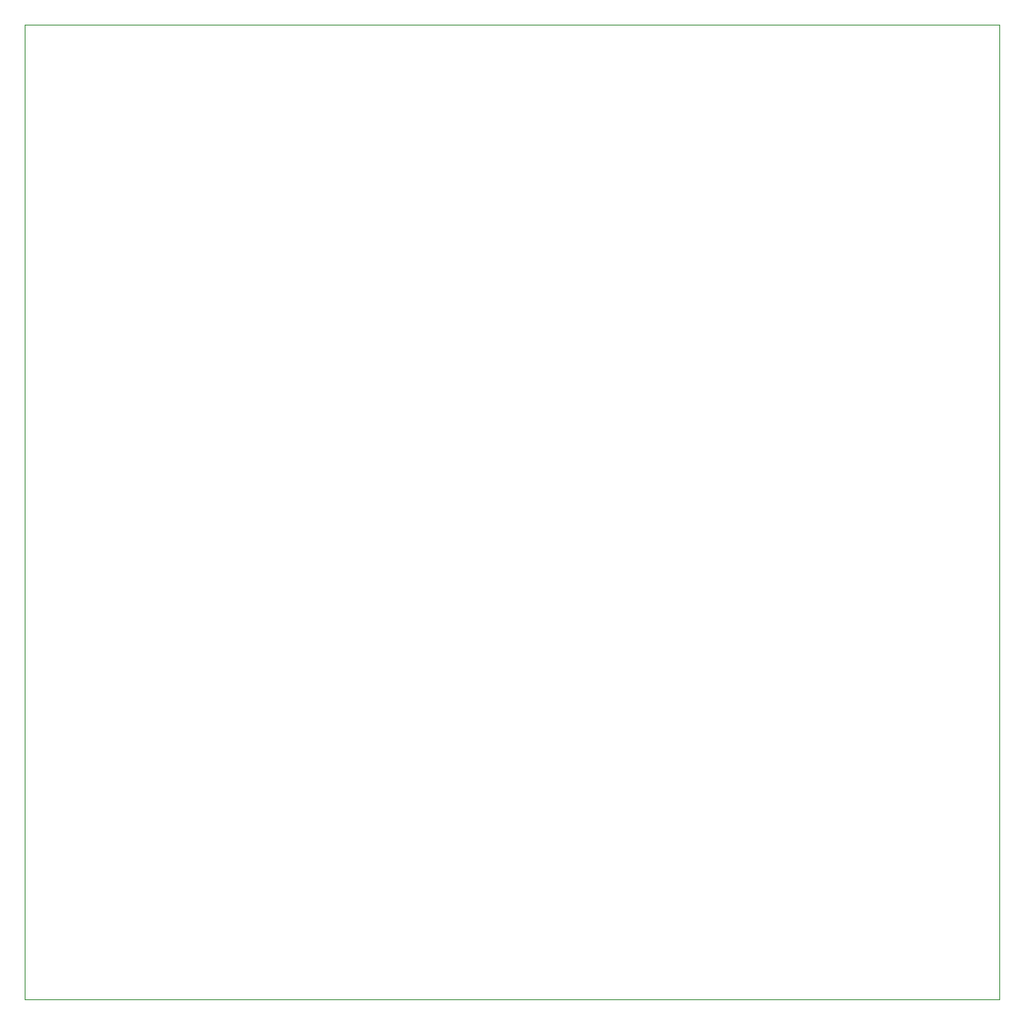
<source format=gm1>
G04 #@! TF.GenerationSoftware,KiCad,Pcbnew,5.1.4-5.1.4*
G04 #@! TF.CreationDate,2019-11-01T16:10:20+01:00*
G04 #@! TF.ProjectId,Strom-Senke,5374726f-6d2d-4536-956e-6b652e6b6963,rev?*
G04 #@! TF.SameCoordinates,Original*
G04 #@! TF.FileFunction,Profile,NP*
%FSLAX46Y46*%
G04 Gerber Fmt 4.6, Leading zero omitted, Abs format (unit mm)*
G04 Created by KiCad (PCBNEW 5.1.4-5.1.4) date 2019-11-01 16:10:20*
%MOMM*%
%LPD*%
G04 APERTURE LIST*
%ADD10C,0.050000*%
G04 APERTURE END LIST*
D10*
X114300000Y-138430000D02*
X114300000Y-38100000D01*
X214630000Y-138430000D02*
X114300000Y-138430000D01*
X214630000Y-38100000D02*
X214630000Y-138430000D01*
X114300000Y-38100000D02*
X214630000Y-38100000D01*
M02*

</source>
